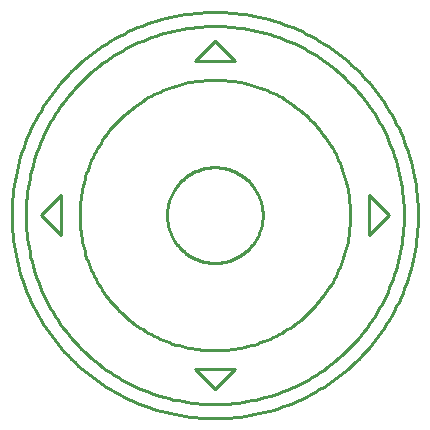
<source format=gbr>
G04 EAGLE Gerber RS-274X export*
G75*
%MOMM*%
%FSLAX34Y34*%
%LPD*%
%INSilkscreen Bottom*%
%IPPOS*%
%AMOC8*
5,1,8,0,0,1.08239X$1,22.5*%
G01*
%ADD10C,0.250000*%


D10*
X-40500Y0D02*
X-40488Y994D01*
X-40451Y1987D01*
X-40390Y2979D01*
X-40305Y3970D01*
X-40195Y4958D01*
X-40062Y5943D01*
X-39904Y6924D01*
X-39722Y7901D01*
X-39516Y8874D01*
X-39286Y9841D01*
X-39033Y10802D01*
X-38756Y11757D01*
X-38456Y12704D01*
X-38133Y13644D01*
X-37786Y14576D01*
X-37417Y15499D01*
X-37025Y16412D01*
X-36612Y17316D01*
X-36176Y18209D01*
X-35718Y19092D01*
X-35239Y19962D01*
X-34738Y20821D01*
X-34217Y21667D01*
X-33675Y22501D01*
X-33112Y23320D01*
X-32530Y24126D01*
X-31928Y24917D01*
X-31307Y25693D01*
X-30667Y26454D01*
X-30009Y27198D01*
X-29332Y27926D01*
X-28638Y28638D01*
X-27926Y29332D01*
X-27198Y30009D01*
X-26454Y30667D01*
X-25693Y31307D01*
X-24917Y31928D01*
X-24126Y32530D01*
X-23320Y33112D01*
X-22501Y33675D01*
X-21667Y34217D01*
X-20821Y34738D01*
X-19962Y35239D01*
X-19092Y35718D01*
X-18209Y36176D01*
X-17316Y36612D01*
X-16412Y37025D01*
X-15499Y37417D01*
X-14576Y37786D01*
X-13644Y38133D01*
X-12704Y38456D01*
X-11757Y38756D01*
X-10802Y39033D01*
X-9841Y39286D01*
X-8874Y39516D01*
X-7901Y39722D01*
X-6924Y39904D01*
X-5943Y40062D01*
X-4958Y40195D01*
X-3970Y40305D01*
X-2979Y40390D01*
X-1987Y40451D01*
X-994Y40488D01*
X0Y40500D01*
X994Y40488D01*
X1987Y40451D01*
X2979Y40390D01*
X3970Y40305D01*
X4958Y40195D01*
X5943Y40062D01*
X6924Y39904D01*
X7901Y39722D01*
X8874Y39516D01*
X9841Y39286D01*
X10802Y39033D01*
X11757Y38756D01*
X12704Y38456D01*
X13644Y38133D01*
X14576Y37786D01*
X15499Y37417D01*
X16412Y37025D01*
X17316Y36612D01*
X18209Y36176D01*
X19092Y35718D01*
X19962Y35239D01*
X20821Y34738D01*
X21667Y34217D01*
X22501Y33675D01*
X23320Y33112D01*
X24126Y32530D01*
X24917Y31928D01*
X25693Y31307D01*
X26454Y30667D01*
X27198Y30009D01*
X27926Y29332D01*
X28638Y28638D01*
X29332Y27926D01*
X30009Y27198D01*
X30667Y26454D01*
X31307Y25693D01*
X31928Y24917D01*
X32530Y24126D01*
X33112Y23320D01*
X33675Y22501D01*
X34217Y21667D01*
X34738Y20821D01*
X35239Y19962D01*
X35718Y19092D01*
X36176Y18209D01*
X36612Y17316D01*
X37025Y16412D01*
X37417Y15499D01*
X37786Y14576D01*
X38133Y13644D01*
X38456Y12704D01*
X38756Y11757D01*
X39033Y10802D01*
X39286Y9841D01*
X39516Y8874D01*
X39722Y7901D01*
X39904Y6924D01*
X40062Y5943D01*
X40195Y4958D01*
X40305Y3970D01*
X40390Y2979D01*
X40451Y1987D01*
X40488Y994D01*
X40500Y0D01*
X40488Y-994D01*
X40451Y-1987D01*
X40390Y-2979D01*
X40305Y-3970D01*
X40195Y-4958D01*
X40062Y-5943D01*
X39904Y-6924D01*
X39722Y-7901D01*
X39516Y-8874D01*
X39286Y-9841D01*
X39033Y-10802D01*
X38756Y-11757D01*
X38456Y-12704D01*
X38133Y-13644D01*
X37786Y-14576D01*
X37417Y-15499D01*
X37025Y-16412D01*
X36612Y-17316D01*
X36176Y-18209D01*
X35718Y-19092D01*
X35239Y-19962D01*
X34738Y-20821D01*
X34217Y-21667D01*
X33675Y-22501D01*
X33112Y-23320D01*
X32530Y-24126D01*
X31928Y-24917D01*
X31307Y-25693D01*
X30667Y-26454D01*
X30009Y-27198D01*
X29332Y-27926D01*
X28638Y-28638D01*
X27926Y-29332D01*
X27198Y-30009D01*
X26454Y-30667D01*
X25693Y-31307D01*
X24917Y-31928D01*
X24126Y-32530D01*
X23320Y-33112D01*
X22501Y-33675D01*
X21667Y-34217D01*
X20821Y-34738D01*
X19962Y-35239D01*
X19092Y-35718D01*
X18209Y-36176D01*
X17316Y-36612D01*
X16412Y-37025D01*
X15499Y-37417D01*
X14576Y-37786D01*
X13644Y-38133D01*
X12704Y-38456D01*
X11757Y-38756D01*
X10802Y-39033D01*
X9841Y-39286D01*
X8874Y-39516D01*
X7901Y-39722D01*
X6924Y-39904D01*
X5943Y-40062D01*
X4958Y-40195D01*
X3970Y-40305D01*
X2979Y-40390D01*
X1987Y-40451D01*
X994Y-40488D01*
X0Y-40500D01*
X-994Y-40488D01*
X-1987Y-40451D01*
X-2979Y-40390D01*
X-3970Y-40305D01*
X-4958Y-40195D01*
X-5943Y-40062D01*
X-6924Y-39904D01*
X-7901Y-39722D01*
X-8874Y-39516D01*
X-9841Y-39286D01*
X-10802Y-39033D01*
X-11757Y-38756D01*
X-12704Y-38456D01*
X-13644Y-38133D01*
X-14576Y-37786D01*
X-15499Y-37417D01*
X-16412Y-37025D01*
X-17316Y-36612D01*
X-18209Y-36176D01*
X-19092Y-35718D01*
X-19962Y-35239D01*
X-20821Y-34738D01*
X-21667Y-34217D01*
X-22501Y-33675D01*
X-23320Y-33112D01*
X-24126Y-32530D01*
X-24917Y-31928D01*
X-25693Y-31307D01*
X-26454Y-30667D01*
X-27198Y-30009D01*
X-27926Y-29332D01*
X-28638Y-28638D01*
X-29332Y-27926D01*
X-30009Y-27198D01*
X-30667Y-26454D01*
X-31307Y-25693D01*
X-31928Y-24917D01*
X-32530Y-24126D01*
X-33112Y-23320D01*
X-33675Y-22501D01*
X-34217Y-21667D01*
X-34738Y-20821D01*
X-35239Y-19962D01*
X-35718Y-19092D01*
X-36176Y-18209D01*
X-36612Y-17316D01*
X-37025Y-16412D01*
X-37417Y-15499D01*
X-37786Y-14576D01*
X-38133Y-13644D01*
X-38456Y-12704D01*
X-38756Y-11757D01*
X-39033Y-10802D01*
X-39286Y-9841D01*
X-39516Y-8874D01*
X-39722Y-7901D01*
X-39904Y-6924D01*
X-40062Y-5943D01*
X-40195Y-4958D01*
X-40305Y-3970D01*
X-40390Y-2979D01*
X-40451Y-1987D01*
X-40488Y-994D01*
X-40500Y0D01*
X-172000Y0D02*
X-171948Y4221D01*
X-171793Y8440D01*
X-171534Y12653D01*
X-171172Y16859D01*
X-170706Y21055D01*
X-170138Y25238D01*
X-169468Y29405D01*
X-168695Y33556D01*
X-167821Y37685D01*
X-166845Y41793D01*
X-165769Y45875D01*
X-164594Y49929D01*
X-163319Y53953D01*
X-161946Y57945D01*
X-160475Y61902D01*
X-158907Y65822D01*
X-157244Y69702D01*
X-155486Y73539D01*
X-153635Y77333D01*
X-151690Y81080D01*
X-149655Y84778D01*
X-147529Y88426D01*
X-145315Y92020D01*
X-143013Y95558D01*
X-140625Y99039D01*
X-138152Y102460D01*
X-135596Y105820D01*
X-132958Y109116D01*
X-130240Y112346D01*
X-127444Y115508D01*
X-124570Y118601D01*
X-121622Y121622D01*
X-118601Y124570D01*
X-115508Y127444D01*
X-112346Y130240D01*
X-109116Y132958D01*
X-105820Y135596D01*
X-102460Y138152D01*
X-99039Y140625D01*
X-95558Y143013D01*
X-92020Y145315D01*
X-88426Y147529D01*
X-84778Y149655D01*
X-81080Y151690D01*
X-77333Y153635D01*
X-73539Y155486D01*
X-69702Y157244D01*
X-65822Y158907D01*
X-61902Y160475D01*
X-57945Y161946D01*
X-53953Y163319D01*
X-49929Y164594D01*
X-45875Y165769D01*
X-41793Y166845D01*
X-37685Y167821D01*
X-33556Y168695D01*
X-29405Y169468D01*
X-25238Y170138D01*
X-21055Y170706D01*
X-16859Y171172D01*
X-12653Y171534D01*
X-8440Y171793D01*
X-4221Y171948D01*
X0Y172000D01*
X4221Y171948D01*
X8440Y171793D01*
X12653Y171534D01*
X16859Y171172D01*
X21055Y170706D01*
X25238Y170138D01*
X29405Y169468D01*
X33556Y168695D01*
X37685Y167821D01*
X41793Y166845D01*
X45875Y165769D01*
X49929Y164594D01*
X53953Y163319D01*
X57945Y161946D01*
X61902Y160475D01*
X65822Y158907D01*
X69702Y157244D01*
X73539Y155486D01*
X77333Y153635D01*
X81080Y151690D01*
X84778Y149655D01*
X88426Y147529D01*
X92020Y145315D01*
X95558Y143013D01*
X99039Y140625D01*
X102460Y138152D01*
X105820Y135596D01*
X109116Y132958D01*
X112346Y130240D01*
X115508Y127444D01*
X118601Y124570D01*
X121622Y121622D01*
X124570Y118601D01*
X127444Y115508D01*
X130240Y112346D01*
X132958Y109116D01*
X135596Y105820D01*
X138152Y102460D01*
X140625Y99039D01*
X143013Y95558D01*
X145315Y92020D01*
X147529Y88426D01*
X149655Y84778D01*
X151690Y81080D01*
X153635Y77333D01*
X155486Y73539D01*
X157244Y69702D01*
X158907Y65822D01*
X160475Y61902D01*
X161946Y57945D01*
X163319Y53953D01*
X164594Y49929D01*
X165769Y45875D01*
X166845Y41793D01*
X167821Y37685D01*
X168695Y33556D01*
X169468Y29405D01*
X170138Y25238D01*
X170706Y21055D01*
X171172Y16859D01*
X171534Y12653D01*
X171793Y8440D01*
X171948Y4221D01*
X172000Y0D01*
X171948Y-4221D01*
X171793Y-8440D01*
X171534Y-12653D01*
X171172Y-16859D01*
X170706Y-21055D01*
X170138Y-25238D01*
X169468Y-29405D01*
X168695Y-33556D01*
X167821Y-37685D01*
X166845Y-41793D01*
X165769Y-45875D01*
X164594Y-49929D01*
X163319Y-53953D01*
X161946Y-57945D01*
X160475Y-61902D01*
X158907Y-65822D01*
X157244Y-69702D01*
X155486Y-73539D01*
X153635Y-77333D01*
X151690Y-81080D01*
X149655Y-84778D01*
X147529Y-88426D01*
X145315Y-92020D01*
X143013Y-95558D01*
X140625Y-99039D01*
X138152Y-102460D01*
X135596Y-105820D01*
X132958Y-109116D01*
X130240Y-112346D01*
X127444Y-115508D01*
X124570Y-118601D01*
X121622Y-121622D01*
X118601Y-124570D01*
X115508Y-127444D01*
X112346Y-130240D01*
X109116Y-132958D01*
X105820Y-135596D01*
X102460Y-138152D01*
X99039Y-140625D01*
X95558Y-143013D01*
X92020Y-145315D01*
X88426Y-147529D01*
X84778Y-149655D01*
X81080Y-151690D01*
X77333Y-153635D01*
X73539Y-155486D01*
X69702Y-157244D01*
X65822Y-158907D01*
X61902Y-160475D01*
X57945Y-161946D01*
X53953Y-163319D01*
X49929Y-164594D01*
X45875Y-165769D01*
X41793Y-166845D01*
X37685Y-167821D01*
X33556Y-168695D01*
X29405Y-169468D01*
X25238Y-170138D01*
X21055Y-170706D01*
X16859Y-171172D01*
X12653Y-171534D01*
X8440Y-171793D01*
X4221Y-171948D01*
X0Y-172000D01*
X-4221Y-171948D01*
X-8440Y-171793D01*
X-12653Y-171534D01*
X-16859Y-171172D01*
X-21055Y-170706D01*
X-25238Y-170138D01*
X-29405Y-169468D01*
X-33556Y-168695D01*
X-37685Y-167821D01*
X-41793Y-166845D01*
X-45875Y-165769D01*
X-49929Y-164594D01*
X-53953Y-163319D01*
X-57945Y-161946D01*
X-61902Y-160475D01*
X-65822Y-158907D01*
X-69702Y-157244D01*
X-73539Y-155486D01*
X-77333Y-153635D01*
X-81080Y-151690D01*
X-84778Y-149655D01*
X-88426Y-147529D01*
X-92020Y-145315D01*
X-95558Y-143013D01*
X-99039Y-140625D01*
X-102460Y-138152D01*
X-105820Y-135596D01*
X-109116Y-132958D01*
X-112346Y-130240D01*
X-115508Y-127444D01*
X-118601Y-124570D01*
X-121622Y-121622D01*
X-124570Y-118601D01*
X-127444Y-115508D01*
X-130240Y-112346D01*
X-132958Y-109116D01*
X-135596Y-105820D01*
X-138152Y-102460D01*
X-140625Y-99039D01*
X-143013Y-95558D01*
X-145315Y-92020D01*
X-147529Y-88426D01*
X-149655Y-84778D01*
X-151690Y-81080D01*
X-153635Y-77333D01*
X-155486Y-73539D01*
X-157244Y-69702D01*
X-158907Y-65822D01*
X-160475Y-61902D01*
X-161946Y-57945D01*
X-163319Y-53953D01*
X-164594Y-49929D01*
X-165769Y-45875D01*
X-166845Y-41793D01*
X-167821Y-37685D01*
X-168695Y-33556D01*
X-169468Y-29405D01*
X-170138Y-25238D01*
X-170706Y-21055D01*
X-171172Y-16859D01*
X-171534Y-12653D01*
X-171793Y-8440D01*
X-171948Y-4221D01*
X-172000Y0D01*
X-160000Y0D02*
X-159952Y3927D01*
X-159807Y7851D01*
X-159566Y11770D01*
X-159230Y15683D01*
X-158797Y19586D01*
X-158268Y23477D01*
X-157644Y27354D01*
X-156926Y31214D01*
X-156112Y35056D01*
X-155205Y38877D01*
X-154204Y42674D01*
X-153110Y46446D01*
X-151925Y50189D01*
X-150647Y53902D01*
X-149279Y57583D01*
X-147821Y61229D01*
X-146274Y64839D01*
X-144638Y68409D01*
X-142916Y71938D01*
X-141107Y75423D01*
X-139214Y78864D01*
X-137237Y82256D01*
X-135177Y85600D01*
X-133035Y88891D01*
X-130814Y92129D01*
X-128513Y95312D01*
X-126135Y98437D01*
X-123682Y101503D01*
X-121153Y104508D01*
X-118552Y107449D01*
X-115880Y110326D01*
X-113137Y113137D01*
X-110326Y115880D01*
X-107449Y118552D01*
X-104508Y121153D01*
X-101503Y123682D01*
X-98437Y126135D01*
X-95312Y128513D01*
X-92129Y130814D01*
X-88891Y133035D01*
X-85600Y135177D01*
X-82256Y137237D01*
X-78864Y139214D01*
X-75423Y141107D01*
X-71938Y142916D01*
X-68409Y144638D01*
X-64839Y146274D01*
X-61229Y147821D01*
X-57583Y149279D01*
X-53902Y150647D01*
X-50189Y151925D01*
X-46446Y153110D01*
X-42674Y154204D01*
X-38877Y155205D01*
X-35056Y156112D01*
X-31214Y156926D01*
X-27354Y157644D01*
X-23477Y158268D01*
X-19586Y158797D01*
X-15683Y159230D01*
X-11770Y159566D01*
X-7851Y159807D01*
X-3927Y159952D01*
X0Y160000D01*
X3927Y159952D01*
X7851Y159807D01*
X11770Y159566D01*
X15683Y159230D01*
X19586Y158797D01*
X23477Y158268D01*
X27354Y157644D01*
X31214Y156926D01*
X35056Y156112D01*
X38877Y155205D01*
X42674Y154204D01*
X46446Y153110D01*
X50189Y151925D01*
X53902Y150647D01*
X57583Y149279D01*
X61229Y147821D01*
X64839Y146274D01*
X68409Y144638D01*
X71938Y142916D01*
X75423Y141107D01*
X78864Y139214D01*
X82256Y137237D01*
X85600Y135177D01*
X88891Y133035D01*
X92129Y130814D01*
X95312Y128513D01*
X98437Y126135D01*
X101503Y123682D01*
X104508Y121153D01*
X107449Y118552D01*
X110326Y115880D01*
X113137Y113137D01*
X115880Y110326D01*
X118552Y107449D01*
X121153Y104508D01*
X123682Y101503D01*
X126135Y98437D01*
X128513Y95312D01*
X130814Y92129D01*
X133035Y88891D01*
X135177Y85600D01*
X137237Y82256D01*
X139214Y78864D01*
X141107Y75423D01*
X142916Y71938D01*
X144638Y68409D01*
X146274Y64839D01*
X147821Y61229D01*
X149279Y57583D01*
X150647Y53902D01*
X151925Y50189D01*
X153110Y46446D01*
X154204Y42674D01*
X155205Y38877D01*
X156112Y35056D01*
X156926Y31214D01*
X157644Y27354D01*
X158268Y23477D01*
X158797Y19586D01*
X159230Y15683D01*
X159566Y11770D01*
X159807Y7851D01*
X159952Y3927D01*
X160000Y0D01*
X159952Y-3927D01*
X159807Y-7851D01*
X159566Y-11770D01*
X159230Y-15683D01*
X158797Y-19586D01*
X158268Y-23477D01*
X157644Y-27354D01*
X156926Y-31214D01*
X156112Y-35056D01*
X155205Y-38877D01*
X154204Y-42674D01*
X153110Y-46446D01*
X151925Y-50189D01*
X150647Y-53902D01*
X149279Y-57583D01*
X147821Y-61229D01*
X146274Y-64839D01*
X144638Y-68409D01*
X142916Y-71938D01*
X141107Y-75423D01*
X139214Y-78864D01*
X137237Y-82256D01*
X135177Y-85600D01*
X133035Y-88891D01*
X130814Y-92129D01*
X128513Y-95312D01*
X126135Y-98437D01*
X123682Y-101503D01*
X121153Y-104508D01*
X118552Y-107449D01*
X115880Y-110326D01*
X113137Y-113137D01*
X110326Y-115880D01*
X107449Y-118552D01*
X104508Y-121153D01*
X101503Y-123682D01*
X98437Y-126135D01*
X95312Y-128513D01*
X92129Y-130814D01*
X88891Y-133035D01*
X85600Y-135177D01*
X82256Y-137237D01*
X78864Y-139214D01*
X75423Y-141107D01*
X71938Y-142916D01*
X68409Y-144638D01*
X64839Y-146274D01*
X61229Y-147821D01*
X57583Y-149279D01*
X53902Y-150647D01*
X50189Y-151925D01*
X46446Y-153110D01*
X42674Y-154204D01*
X38877Y-155205D01*
X35056Y-156112D01*
X31214Y-156926D01*
X27354Y-157644D01*
X23477Y-158268D01*
X19586Y-158797D01*
X15683Y-159230D01*
X11770Y-159566D01*
X7851Y-159807D01*
X3927Y-159952D01*
X0Y-160000D01*
X-3927Y-159952D01*
X-7851Y-159807D01*
X-11770Y-159566D01*
X-15683Y-159230D01*
X-19586Y-158797D01*
X-23477Y-158268D01*
X-27354Y-157644D01*
X-31214Y-156926D01*
X-35056Y-156112D01*
X-38877Y-155205D01*
X-42674Y-154204D01*
X-46446Y-153110D01*
X-50189Y-151925D01*
X-53902Y-150647D01*
X-57583Y-149279D01*
X-61229Y-147821D01*
X-64839Y-146274D01*
X-68409Y-144638D01*
X-71938Y-142916D01*
X-75423Y-141107D01*
X-78864Y-139214D01*
X-82256Y-137237D01*
X-85600Y-135177D01*
X-88891Y-133035D01*
X-92129Y-130814D01*
X-95312Y-128513D01*
X-98437Y-126135D01*
X-101503Y-123682D01*
X-104508Y-121153D01*
X-107449Y-118552D01*
X-110326Y-115880D01*
X-113137Y-113137D01*
X-115880Y-110326D01*
X-118552Y-107449D01*
X-121153Y-104508D01*
X-123682Y-101503D01*
X-126135Y-98437D01*
X-128513Y-95312D01*
X-130814Y-92129D01*
X-133035Y-88891D01*
X-135177Y-85600D01*
X-137237Y-82256D01*
X-139214Y-78864D01*
X-141107Y-75423D01*
X-142916Y-71938D01*
X-144638Y-68409D01*
X-146274Y-64839D01*
X-147821Y-61229D01*
X-149279Y-57583D01*
X-150647Y-53902D01*
X-151925Y-50189D01*
X-153110Y-46446D01*
X-154204Y-42674D01*
X-155205Y-38877D01*
X-156112Y-35056D01*
X-156926Y-31214D01*
X-157644Y-27354D01*
X-158268Y-23477D01*
X-158797Y-19586D01*
X-159230Y-15683D01*
X-159566Y-11770D01*
X-159807Y-7851D01*
X-159952Y-3927D01*
X-160000Y0D01*
X-114500Y0D02*
X-114466Y2810D01*
X-114362Y5618D01*
X-114190Y8423D01*
X-113949Y11223D01*
X-113639Y14016D01*
X-113261Y16801D01*
X-112814Y19575D01*
X-112300Y22338D01*
X-111718Y25087D01*
X-111069Y27821D01*
X-110352Y30539D01*
X-109570Y33238D01*
X-108721Y35917D01*
X-107807Y38574D01*
X-106828Y41208D01*
X-105784Y43817D01*
X-104677Y46400D01*
X-103507Y48955D01*
X-102274Y51480D01*
X-100980Y53975D01*
X-99625Y56437D01*
X-98210Y58865D01*
X-96736Y61257D01*
X-95203Y63613D01*
X-93613Y65930D01*
X-91967Y68208D01*
X-90266Y70444D01*
X-88510Y72638D01*
X-86700Y74788D01*
X-84839Y76894D01*
X-82926Y78952D01*
X-80964Y80964D01*
X-78952Y82926D01*
X-76894Y84839D01*
X-74788Y86700D01*
X-72638Y88510D01*
X-70444Y90266D01*
X-68208Y91967D01*
X-65930Y93613D01*
X-63613Y95203D01*
X-61257Y96736D01*
X-58865Y98210D01*
X-56437Y99625D01*
X-53975Y100980D01*
X-51480Y102274D01*
X-48955Y103507D01*
X-46400Y104677D01*
X-43817Y105784D01*
X-41208Y106828D01*
X-38574Y107807D01*
X-35917Y108721D01*
X-33238Y109570D01*
X-30539Y110352D01*
X-27821Y111069D01*
X-25087Y111718D01*
X-22338Y112300D01*
X-19575Y112814D01*
X-16801Y113261D01*
X-14016Y113639D01*
X-11223Y113949D01*
X-8423Y114190D01*
X-5618Y114362D01*
X-2810Y114466D01*
X0Y114500D01*
X2810Y114466D01*
X5618Y114362D01*
X8423Y114190D01*
X11223Y113949D01*
X14016Y113639D01*
X16801Y113261D01*
X19575Y112814D01*
X22338Y112300D01*
X25087Y111718D01*
X27821Y111069D01*
X30539Y110352D01*
X33238Y109570D01*
X35917Y108721D01*
X38574Y107807D01*
X41208Y106828D01*
X43817Y105784D01*
X46400Y104677D01*
X48955Y103507D01*
X51480Y102274D01*
X53975Y100980D01*
X56437Y99625D01*
X58865Y98210D01*
X61257Y96736D01*
X63613Y95203D01*
X65930Y93613D01*
X68208Y91967D01*
X70444Y90266D01*
X72638Y88510D01*
X74788Y86700D01*
X76894Y84839D01*
X78952Y82926D01*
X80964Y80964D01*
X82926Y78952D01*
X84839Y76894D01*
X86700Y74788D01*
X88510Y72638D01*
X90266Y70444D01*
X91967Y68208D01*
X93613Y65930D01*
X95203Y63613D01*
X96736Y61257D01*
X98210Y58865D01*
X99625Y56437D01*
X100980Y53975D01*
X102274Y51480D01*
X103507Y48955D01*
X104677Y46400D01*
X105784Y43817D01*
X106828Y41208D01*
X107807Y38574D01*
X108721Y35917D01*
X109570Y33238D01*
X110352Y30539D01*
X111069Y27821D01*
X111718Y25087D01*
X112300Y22338D01*
X112814Y19575D01*
X113261Y16801D01*
X113639Y14016D01*
X113949Y11223D01*
X114190Y8423D01*
X114362Y5618D01*
X114466Y2810D01*
X114500Y0D01*
X114466Y-2810D01*
X114362Y-5618D01*
X114190Y-8423D01*
X113949Y-11223D01*
X113639Y-14016D01*
X113261Y-16801D01*
X112814Y-19575D01*
X112300Y-22338D01*
X111718Y-25087D01*
X111069Y-27821D01*
X110352Y-30539D01*
X109570Y-33238D01*
X108721Y-35917D01*
X107807Y-38574D01*
X106828Y-41208D01*
X105784Y-43817D01*
X104677Y-46400D01*
X103507Y-48955D01*
X102274Y-51480D01*
X100980Y-53975D01*
X99625Y-56437D01*
X98210Y-58865D01*
X96736Y-61257D01*
X95203Y-63613D01*
X93613Y-65930D01*
X91967Y-68208D01*
X90266Y-70444D01*
X88510Y-72638D01*
X86700Y-74788D01*
X84839Y-76894D01*
X82926Y-78952D01*
X80964Y-80964D01*
X78952Y-82926D01*
X76894Y-84839D01*
X74788Y-86700D01*
X72638Y-88510D01*
X70444Y-90266D01*
X68208Y-91967D01*
X65930Y-93613D01*
X63613Y-95203D01*
X61257Y-96736D01*
X58865Y-98210D01*
X56437Y-99625D01*
X53975Y-100980D01*
X51480Y-102274D01*
X48955Y-103507D01*
X46400Y-104677D01*
X43817Y-105784D01*
X41208Y-106828D01*
X38574Y-107807D01*
X35917Y-108721D01*
X33238Y-109570D01*
X30539Y-110352D01*
X27821Y-111069D01*
X25087Y-111718D01*
X22338Y-112300D01*
X19575Y-112814D01*
X16801Y-113261D01*
X14016Y-113639D01*
X11223Y-113949D01*
X8423Y-114190D01*
X5618Y-114362D01*
X2810Y-114466D01*
X0Y-114500D01*
X-2810Y-114466D01*
X-5618Y-114362D01*
X-8423Y-114190D01*
X-11223Y-113949D01*
X-14016Y-113639D01*
X-16801Y-113261D01*
X-19575Y-112814D01*
X-22338Y-112300D01*
X-25087Y-111718D01*
X-27821Y-111069D01*
X-30539Y-110352D01*
X-33238Y-109570D01*
X-35917Y-108721D01*
X-38574Y-107807D01*
X-41208Y-106828D01*
X-43817Y-105784D01*
X-46400Y-104677D01*
X-48955Y-103507D01*
X-51480Y-102274D01*
X-53975Y-100980D01*
X-56437Y-99625D01*
X-58865Y-98210D01*
X-61257Y-96736D01*
X-63613Y-95203D01*
X-65930Y-93613D01*
X-68208Y-91967D01*
X-70444Y-90266D01*
X-72638Y-88510D01*
X-74788Y-86700D01*
X-76894Y-84839D01*
X-78952Y-82926D01*
X-80964Y-80964D01*
X-82926Y-78952D01*
X-84839Y-76894D01*
X-86700Y-74788D01*
X-88510Y-72638D01*
X-90266Y-70444D01*
X-91967Y-68208D01*
X-93613Y-65930D01*
X-95203Y-63613D01*
X-96736Y-61257D01*
X-98210Y-58865D01*
X-99625Y-56437D01*
X-100980Y-53975D01*
X-102274Y-51480D01*
X-103507Y-48955D01*
X-104677Y-46400D01*
X-105784Y-43817D01*
X-106828Y-41208D01*
X-107807Y-38574D01*
X-108721Y-35917D01*
X-109570Y-33238D01*
X-110352Y-30539D01*
X-111069Y-27821D01*
X-111718Y-25087D01*
X-112300Y-22338D01*
X-112814Y-19575D01*
X-113261Y-16801D01*
X-113639Y-14016D01*
X-113949Y-11223D01*
X-114190Y-8423D01*
X-114362Y-5618D01*
X-114466Y-2810D01*
X-114500Y0D01*
X-130108Y16971D02*
X-147078Y0D01*
X-130108Y16971D02*
X-130108Y-16971D01*
X-147078Y0D01*
X130108Y-16971D02*
X147078Y0D01*
X130108Y-16971D02*
X130108Y16971D01*
X147078Y0D01*
X0Y-147078D02*
X-16971Y-130108D01*
X16971Y-130108D01*
X0Y-147078D01*
X16971Y130108D02*
X0Y147078D01*
X16971Y130108D02*
X-16971Y130108D01*
X0Y147078D01*
M02*

</source>
